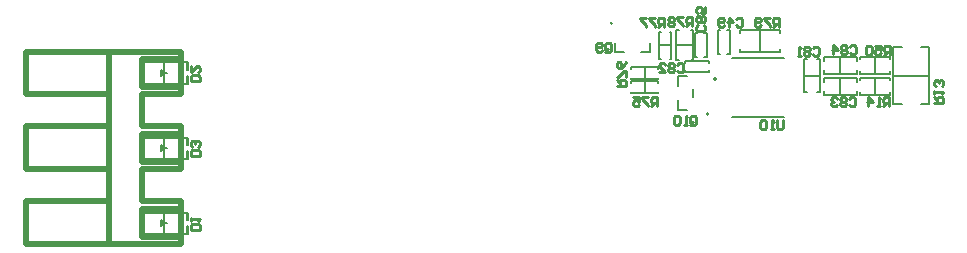
<source format=gbr>
%TF.GenerationSoftware,Altium Limited,Altium Designer,19.0.15 (446)*%
G04 Layer_Color=32896*
%FSLAX45Y45*%
%MOMM*%
%TF.FileFunction,Legend,Bot*%
%TF.Part,CustomerPanel*%
G01*
G75*
%TA.AperFunction,NonConductor*%
%ADD115C,0.00000*%
%ADD116C,0.20000*%
%ADD117C,0.15000*%
%ADD118C,0.12700*%
%ADD119C,0.50000*%
%ADD120C,0.25400*%
D115*
X7541120Y7966820D02*
G03*
X7541120Y7966820I-10000J0D01*
G01*
D116*
X8418661Y7496120D02*
G03*
X8418661Y7496120I-10000J0D01*
G01*
X8355725Y7197552D02*
G03*
X8355725Y7197552I-10000J0D01*
G01*
X9919304Y7283072D02*
X9989304D01*
X9919304D02*
Y7763072D01*
X9989304D01*
X10149304D02*
X10219304D01*
Y7283072D02*
Y7763072D01*
X10149304Y7283072D02*
X10219304D01*
X9919304Y7523072D02*
X10219304D01*
D117*
X7938696Y7666641D02*
X7951396D01*
X7938696D02*
Y7895241D01*
X7951396D01*
X8027596D02*
X8040296D01*
Y7666641D02*
Y7895241D01*
X8027596Y7666641D02*
X8040296D01*
X7938696Y7780941D02*
X8040296D01*
X7699932Y7462884D02*
Y7475584D01*
X7928532D01*
Y7462884D02*
Y7475584D01*
Y7373984D02*
Y7386684D01*
X7699932Y7373984D02*
X7928532D01*
X7699932D02*
Y7386684D01*
X7814232Y7373984D02*
Y7475584D01*
X7928532Y7492565D02*
Y7505265D01*
X7699932Y7492565D02*
X7928532D01*
X7699932D02*
Y7505265D01*
Y7581465D02*
Y7594165D01*
X7928532D01*
Y7581465D02*
Y7594165D01*
X7814232Y7492565D02*
Y7594165D01*
X8618420Y7728080D02*
Y7748080D01*
Y7728080D02*
X8958420D01*
Y7748080D01*
X8618420Y7888080D02*
Y7908080D01*
X8958420D01*
Y7888080D02*
Y7908080D01*
X8788420Y7728080D02*
Y7908080D01*
X8319221Y7880933D02*
X8339221D01*
Y7680933D02*
Y7880933D01*
X8319221Y7680933D02*
X8339221D01*
X8239221D02*
X8259221D01*
X8239221D02*
Y7880933D01*
X8259221D01*
X8156200Y7631479D02*
Y7651479D01*
X8356200D01*
Y7631479D02*
Y7651479D01*
Y7551479D02*
Y7571479D01*
X8156200Y7551479D02*
X8356200D01*
X8156200D02*
Y7571479D01*
X8512725Y7906933D02*
X8532725D01*
Y7706933D02*
Y7906933D01*
X8512725Y7706933D02*
X8532725D01*
X8432725D02*
X8452725D01*
X8432725D02*
Y7906933D01*
X8452725D01*
X8082061Y7780941D02*
X8222061D01*
X8082061Y7907941D02*
X8101261D01*
X8082061Y7653941D02*
Y7907941D01*
Y7653941D02*
X8101261D01*
X8202861D02*
X8222061D01*
Y7907941D01*
X8202861D02*
X8222061D01*
X9269020Y7661489D02*
X9299020D01*
Y7381489D02*
Y7661489D01*
X9269020Y7381489D02*
X9299020D01*
X9159020D02*
X9189020D01*
X9159020D02*
Y7661489D01*
X9189020D01*
X9159020Y7521489D02*
X9299020D01*
X9610320Y7364369D02*
Y7394369D01*
X9330320Y7364369D02*
X9610320D01*
X9330320D02*
Y7394369D01*
Y7474369D02*
Y7504369D01*
X9610320D01*
Y7474369D02*
Y7504369D01*
X9470320Y7364369D02*
Y7504369D01*
X9767500Y7364369D02*
Y7504369D01*
X9640500Y7364369D02*
Y7383569D01*
Y7364369D02*
X9894500D01*
Y7383569D01*
Y7485169D02*
Y7504369D01*
X9640500D02*
X9894500D01*
X9640500Y7485169D02*
Y7504369D01*
X9610320Y7540389D02*
Y7570389D01*
X9330320Y7540389D02*
X9610320D01*
X9330320D02*
Y7570389D01*
Y7650389D02*
Y7680389D01*
X9610320D01*
Y7650389D02*
Y7680389D01*
X9470320Y7540389D02*
Y7680389D01*
X9767500Y7540389D02*
Y7680389D01*
X9640500Y7540389D02*
Y7559589D01*
Y7540389D02*
X9894500D01*
Y7559589D01*
Y7661189D02*
Y7680389D01*
X9640500D02*
X9894500D01*
X9640500Y7661189D02*
Y7680389D01*
X3719920Y6933821D02*
X3745320Y6908421D01*
X3719920Y6883021D02*
X3745320Y6908421D01*
X3719920Y6883021D02*
Y6933821D01*
X3745320Y6908421D02*
X3770720D01*
X3745320Y6818420D02*
Y6998421D01*
X3935820Y6933821D02*
Y6998421D01*
X3542120D02*
X3935820D01*
X3542120Y6978421D02*
Y6998421D01*
X3935820Y6818420D02*
Y6883021D01*
X3542120Y6818420D02*
X3935820D01*
X3542120D02*
Y6838420D01*
X3935820Y6933821D02*
X3948520D01*
Y6998421D01*
X3935820D02*
X3948520D01*
X3935820Y6818420D02*
X3948520D01*
Y6883021D01*
X3935820D02*
X3948520D01*
X3935820Y6248021D02*
X3948520D01*
Y6183420D02*
Y6248021D01*
X3935820Y6183420D02*
X3948520D01*
X3935820Y6363421D02*
X3948520D01*
Y6298821D02*
Y6363421D01*
X3935820Y6298821D02*
X3948520D01*
X3542120Y6183420D02*
Y6203420D01*
Y6183420D02*
X3935820D01*
Y6248021D01*
X3542120Y6343421D02*
Y6363421D01*
X3935820D01*
Y6298821D02*
Y6363421D01*
X3745320Y6183420D02*
Y6363421D01*
Y6273421D02*
X3770720D01*
X3719920Y6248021D02*
Y6298821D01*
Y6248021D02*
X3745320Y6273421D01*
X3719920Y6298821D02*
X3745320Y6273421D01*
X3935820Y7520521D02*
X3948520D01*
Y7455921D02*
Y7520521D01*
X3935820Y7455921D02*
X3948520D01*
X3935820Y7635921D02*
X3948520D01*
Y7571321D02*
Y7635921D01*
X3935820Y7571321D02*
X3948520D01*
X3542120Y7455921D02*
Y7475921D01*
Y7455921D02*
X3935820D01*
Y7520521D01*
X3542120Y7615921D02*
Y7635921D01*
X3935820D01*
Y7571321D02*
Y7635921D01*
X3745320Y7455921D02*
Y7635921D01*
Y7545921D02*
X3770720D01*
X3719920Y7520521D02*
Y7571321D01*
Y7520521D02*
X3745320Y7545921D01*
X3719920Y7571321D02*
X3745320Y7545921D01*
D118*
X7566120Y7721820D02*
Y7801820D01*
X7856120Y7721820D02*
Y7801820D01*
X7786120Y7721820D02*
X7856120D01*
X7566120D02*
X7636120D01*
X8093661Y7438120D02*
Y7522120D01*
X8171161D01*
X8093661Y7230120D02*
Y7314120D01*
Y7230120D02*
X8171161D01*
X8223661Y7343120D02*
Y7409120D01*
X8549725Y7673552D02*
X8989725D01*
X8549725Y7173552D02*
X8989725D01*
D119*
X3885620Y7432120D02*
Y7662120D01*
X3555620Y7432120D02*
X3885620D01*
X3555620D02*
Y7662120D01*
X3885620D01*
X3555620Y7027120D02*
X3885620D01*
X3555620Y6797120D02*
Y7027120D01*
Y6797120D02*
X3885620D01*
Y7027120D01*
X3555620Y6392120D02*
X3885620D01*
X3555620Y6162120D02*
Y6392120D01*
Y6162120D02*
X3885620D01*
Y6392120D01*
X2575620Y7724620D02*
X3885620D01*
X2577470Y6098620D02*
X3885620D01*
Y7662120D02*
Y7724620D01*
Y6098620D02*
Y6162120D01*
Y7364620D02*
Y7432120D01*
X3555620Y7364620D02*
X3885620D01*
Y7027120D02*
Y7094620D01*
X3555620D02*
X3885620D01*
X3555620D02*
Y7364620D01*
X3885620Y6729620D02*
Y6797120D01*
Y6392120D02*
Y6459620D01*
X3555620D02*
X3885620D01*
X3555620D02*
Y6729620D01*
X3885620D01*
X3275620Y6098620D02*
Y7724620D01*
X2576035Y7364620D02*
X3275620D01*
X2576462Y7094620D02*
X3275620D01*
X2576894Y6729620D02*
X3275620D01*
X2577195Y6459620D02*
X3275620D01*
X2575620Y7364620D02*
Y7724620D01*
X2576462Y6729620D02*
Y7094620D01*
X2577195Y6098620D02*
Y6459620D01*
D120*
X7578020Y7440595D02*
X7654195D01*
Y7478683D01*
X7641499Y7491379D01*
X7616108D01*
X7603412Y7478683D01*
Y7440595D01*
Y7465987D02*
X7578020Y7491379D01*
X7654195Y7516771D02*
Y7567554D01*
X7641499D01*
X7590716Y7516771D01*
X7578020D01*
X7654195Y7643729D02*
X7641499Y7618338D01*
X7616108Y7592946D01*
X7590716D01*
X7578020Y7605642D01*
Y7631034D01*
X7590716Y7643729D01*
X7603412D01*
X7616108Y7631034D01*
Y7592946D01*
X7920920Y7265038D02*
Y7341213D01*
X7882832D01*
X7870136Y7328517D01*
Y7303126D01*
X7882832Y7290430D01*
X7920920D01*
X7895528D02*
X7870136Y7265038D01*
X7844745Y7341213D02*
X7793961D01*
Y7328517D01*
X7844745Y7277734D01*
Y7265038D01*
X7717786Y7341213D02*
X7768569D01*
Y7303126D01*
X7743177Y7315821D01*
X7730481D01*
X7717786Y7303126D01*
Y7277734D01*
X7730481Y7265038D01*
X7755873D01*
X7768569Y7277734D01*
X10264554Y7294840D02*
X10340729D01*
Y7332928D01*
X10328033Y7345624D01*
X10302641D01*
X10289945Y7332928D01*
Y7294840D01*
Y7320232D02*
X10264554Y7345624D01*
Y7371016D02*
Y7396408D01*
Y7383712D01*
X10340729D01*
X10328033Y7371016D01*
Y7434495D02*
X10340729Y7447191D01*
Y7472583D01*
X10328033Y7485279D01*
X10315337D01*
X10302641Y7472583D01*
Y7459887D01*
Y7472583D01*
X10289945Y7485279D01*
X10277249D01*
X10264554Y7472583D01*
Y7447191D01*
X10277249Y7434495D01*
X8947080Y7937460D02*
Y8013636D01*
X8908992D01*
X8896296Y8000940D01*
Y7975548D01*
X8908992Y7962852D01*
X8947080D01*
X8921688D02*
X8896296Y7937460D01*
X8870905Y8013636D02*
X8820121D01*
Y8000940D01*
X8870905Y7950156D01*
Y7937460D01*
X8794729Y7950156D02*
X8782033Y7937460D01*
X8756641D01*
X8743946Y7950156D01*
Y8000940D01*
X8756641Y8013636D01*
X8782033D01*
X8794729Y8000940D01*
Y7988244D01*
X8782033Y7975548D01*
X8743946D01*
X8217001Y7942540D02*
Y8018716D01*
X8178913D01*
X8166217Y8006020D01*
Y7980628D01*
X8178913Y7967932D01*
X8217001D01*
X8191609D02*
X8166217Y7942540D01*
X8140825Y8018716D02*
X8090042D01*
Y8006020D01*
X8140825Y7955236D01*
Y7942540D01*
X8064650Y8006020D02*
X8051954Y8018716D01*
X8026562D01*
X8013867Y8006020D01*
Y7993324D01*
X8026562Y7980628D01*
X8013867Y7967932D01*
Y7955236D01*
X8026562Y7942540D01*
X8051954D01*
X8064650Y7955236D01*
Y7967932D01*
X8051954Y7980628D01*
X8064650Y7993324D01*
Y8006020D01*
X8051954Y7980628D02*
X8026562D01*
X7976800Y7939621D02*
Y8015796D01*
X7938712D01*
X7926016Y8003100D01*
Y7977708D01*
X7938712Y7965013D01*
X7976800D01*
X7951408D02*
X7926016Y7939621D01*
X7900625Y8015796D02*
X7849841D01*
Y8003100D01*
X7900625Y7952317D01*
Y7939621D01*
X7824449Y8015796D02*
X7773666D01*
Y8003100D01*
X7824449Y7952317D01*
Y7939621D01*
X9889420Y7700867D02*
Y7777042D01*
X9851332D01*
X9838636Y7764346D01*
Y7738955D01*
X9851332Y7726259D01*
X9889420D01*
X9864028D02*
X9838636Y7700867D01*
X9762461Y7777042D02*
X9813245D01*
Y7738955D01*
X9787853Y7751650D01*
X9775157D01*
X9762461Y7738955D01*
Y7713563D01*
X9775157Y7700867D01*
X9800549D01*
X9813245Y7713563D01*
X9737069Y7764346D02*
X9724373Y7777042D01*
X9698981D01*
X9686286Y7764346D01*
Y7713563D01*
X9698981Y7700867D01*
X9724373D01*
X9737069Y7713563D01*
Y7764346D01*
X9883137Y7264652D02*
Y7340827D01*
X9845049D01*
X9832353Y7328131D01*
Y7302740D01*
X9845049Y7290044D01*
X9883137D01*
X9857745D02*
X9832353Y7264652D01*
X9806962D02*
X9781570D01*
X9794266D01*
Y7340827D01*
X9806962Y7328131D01*
X9705394Y7264652D02*
Y7340827D01*
X9743482Y7302740D01*
X9692699D01*
X8200336Y7121330D02*
Y7172113D01*
X8213032Y7184809D01*
X8238424D01*
X8251120Y7172113D01*
Y7121330D01*
X8238424Y7108634D01*
X8213032D01*
X8225728Y7134026D02*
X8200336Y7108634D01*
X8213032D02*
X8200336Y7121330D01*
X8174945Y7108634D02*
X8149553D01*
X8162249D01*
Y7184809D01*
X8174945Y7172113D01*
X8111465D02*
X8098769Y7184809D01*
X8073377D01*
X8060682Y7172113D01*
Y7121330D01*
X8073377Y7108634D01*
X8098769D01*
X8111465Y7121330D01*
Y7172113D01*
X7481516Y7740228D02*
Y7791011D01*
X7494212Y7803707D01*
X7519604D01*
X7532300Y7791011D01*
Y7740228D01*
X7519604Y7727532D01*
X7494212D01*
X7506908Y7752924D02*
X7481516Y7727532D01*
X7494212D02*
X7481516Y7740228D01*
X7456125D02*
X7443429Y7727532D01*
X7418037D01*
X7405341Y7740228D01*
Y7791011D01*
X7418037Y7803707D01*
X7443429D01*
X7456125Y7791011D01*
Y7778315D01*
X7443429Y7765619D01*
X7405341D01*
X8315441Y7952716D02*
X8328137Y7940021D01*
Y7914629D01*
X8315441Y7901933D01*
X8264657D01*
X8251961Y7914629D01*
Y7940021D01*
X8264657Y7952716D01*
X8315441Y7978108D02*
X8328137Y7990804D01*
Y8016196D01*
X8315441Y8028892D01*
X8302745D01*
X8290049Y8016196D01*
X8277353Y8028892D01*
X8264657D01*
X8251961Y8016196D01*
Y7990804D01*
X8264657Y7978108D01*
X8277353D01*
X8290049Y7990804D01*
X8302745Y7978108D01*
X8315441D01*
X8290049Y7990804D02*
Y8016196D01*
X8328137Y8105067D02*
Y8054284D01*
X8290049D01*
X8302745Y8079675D01*
Y8092371D01*
X8290049Y8105067D01*
X8264657D01*
X8251961Y8092371D01*
Y8066980D01*
X8264657Y8054284D01*
X9550346Y7769546D02*
X9563042Y7782242D01*
X9588434D01*
X9601130Y7769546D01*
Y7718763D01*
X9588434Y7706067D01*
X9563042D01*
X9550346Y7718763D01*
X9524955Y7769546D02*
X9512259Y7782242D01*
X9486867D01*
X9474171Y7769546D01*
Y7756850D01*
X9486867Y7744154D01*
X9474171Y7731459D01*
Y7718763D01*
X9486867Y7706067D01*
X9512259D01*
X9524955Y7718763D01*
Y7731459D01*
X9512259Y7744154D01*
X9524955Y7756850D01*
Y7769546D01*
X9512259Y7744154D02*
X9486867D01*
X9410691Y7706067D02*
Y7782242D01*
X9448779Y7744154D01*
X9397996D01*
X9544839Y7329299D02*
X9557535Y7341995D01*
X9582926D01*
X9595622Y7329299D01*
Y7278516D01*
X9582926Y7265820D01*
X9557535D01*
X9544839Y7278516D01*
X9519447Y7329299D02*
X9506751Y7341995D01*
X9481359D01*
X9468664Y7329299D01*
Y7316603D01*
X9481359Y7303907D01*
X9468664Y7291211D01*
Y7278516D01*
X9481359Y7265820D01*
X9506751D01*
X9519447Y7278516D01*
Y7291211D01*
X9506751Y7303907D01*
X9519447Y7316603D01*
Y7329299D01*
X9506751Y7303907D02*
X9481359D01*
X9443272Y7329299D02*
X9430576Y7341995D01*
X9405184D01*
X9392488Y7329299D01*
Y7316603D01*
X9405184Y7303907D01*
X9417880D01*
X9405184D01*
X9392488Y7291211D01*
Y7278516D01*
X9405184Y7265820D01*
X9430576D01*
X9443272Y7278516D01*
X8088267Y7617514D02*
X8100963Y7630210D01*
X8126355D01*
X8139051Y7617514D01*
Y7566730D01*
X8126355Y7554034D01*
X8100963D01*
X8088267Y7566730D01*
X8062875Y7617514D02*
X8050179Y7630210D01*
X8024788D01*
X8012092Y7617514D01*
Y7604818D01*
X8024788Y7592122D01*
X8012092Y7579426D01*
Y7566730D01*
X8024788Y7554034D01*
X8050179D01*
X8062875Y7566730D01*
Y7579426D01*
X8050179Y7592122D01*
X8062875Y7604818D01*
Y7617514D01*
X8050179Y7592122D02*
X8024788D01*
X7935917Y7554034D02*
X7986700D01*
X7935917Y7604818D01*
Y7617514D01*
X7948612Y7630210D01*
X7974004D01*
X7986700Y7617514D01*
X9236656Y7755037D02*
X9249352Y7767732D01*
X9274744D01*
X9287440Y7755037D01*
Y7704253D01*
X9274744Y7691557D01*
X9249352D01*
X9236656Y7704253D01*
X9211265Y7755037D02*
X9198569Y7767732D01*
X9173177D01*
X9160481Y7755037D01*
Y7742341D01*
X9173177Y7729645D01*
X9160481Y7716949D01*
Y7704253D01*
X9173177Y7691557D01*
X9198569D01*
X9211265Y7704253D01*
Y7716949D01*
X9198569Y7729645D01*
X9211265Y7742341D01*
Y7755037D01*
X9198569Y7729645D02*
X9173177D01*
X9135089Y7691557D02*
X9109697D01*
X9122393D01*
Y7767732D01*
X9135089Y7755037D01*
X8587117Y8003480D02*
X8599813Y8016176D01*
X8625205D01*
X8637901Y8003480D01*
Y7952696D01*
X8625205Y7940000D01*
X8599813D01*
X8587117Y7952696D01*
X8523638Y7940000D02*
Y8016176D01*
X8561726Y7978088D01*
X8510942D01*
X8485550Y7952696D02*
X8472854Y7940000D01*
X8447462D01*
X8434767Y7952696D01*
Y8003480D01*
X8447462Y8016176D01*
X8472854D01*
X8485550Y8003480D01*
Y7990784D01*
X8472854Y7978088D01*
X8434767D01*
X8982383Y7147496D02*
Y7084016D01*
X8969687Y7071320D01*
X8944295D01*
X8931600Y7084016D01*
Y7147496D01*
X8906208Y7071320D02*
X8880816D01*
X8893512D01*
Y7147496D01*
X8906208Y7134800D01*
X8842728D02*
X8830032Y7147496D01*
X8804641D01*
X8791945Y7134800D01*
Y7084016D01*
X8804641Y7071320D01*
X8830032D01*
X8842728Y7084016D01*
Y7134800D01*
X4046396Y6844005D02*
X3970221D01*
Y6882093D01*
X3982917Y6894789D01*
X4033700D01*
X4046396Y6882093D01*
Y6844005D01*
X4033700Y6920181D02*
X4046396Y6932877D01*
Y6958269D01*
X4033700Y6970964D01*
X4021004D01*
X4008308Y6958269D01*
Y6945573D01*
Y6958269D01*
X3995613Y6970964D01*
X3982917D01*
X3970221Y6958269D01*
Y6932877D01*
X3982917Y6920181D01*
X4044855Y6220624D02*
X3968680D01*
Y6258712D01*
X3981376Y6271407D01*
X4032159D01*
X4044855Y6258712D01*
Y6220624D01*
X3968680Y6296799D02*
Y6322191D01*
Y6309495D01*
X4044855D01*
X4032159Y6296799D01*
X4048475Y7477921D02*
X3972300D01*
Y7516008D01*
X3984996Y7528704D01*
X4035779D01*
X4048475Y7516008D01*
Y7477921D01*
X3972300Y7604879D02*
Y7554096D01*
X4023083Y7604879D01*
X4035779D01*
X4048475Y7592184D01*
Y7566792D01*
X4035779Y7554096D01*
%TF.MD5,d5adef6122a3bd44027cb00120338af1*%
M02*

</source>
